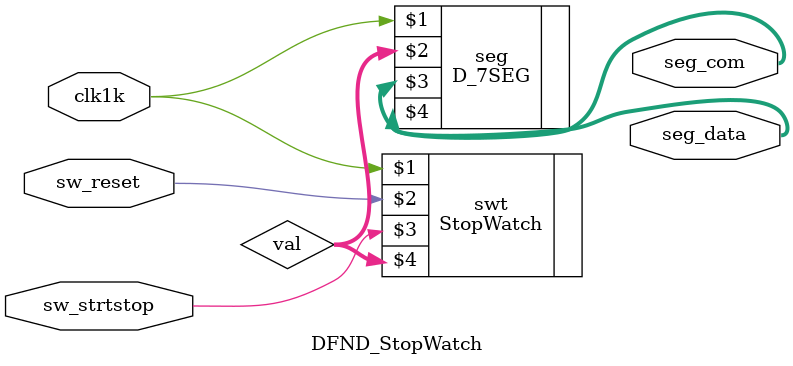
<source format=v>
module DFND_StopWatch (
    input clk1k,           // 1kHz Clock
    input sw_reset,        // Reset signal
    input sw_strtstop,     // Start/Stop signal
    output [7:0] seg_com,  // 7-segment common control signal
    output [7:0] seg_data  // 7-segment data signal
);

    wire [31:0] val; // Internal wire for passing display value from StopWatch to D_7SEG

/*
    // Instantiate D_7SEG module
    D_7SEG u1 (
        .CLK(clk1k),
        .DIN(val),         // Input connected to val from StopWatch
        .SEG_COM(seg_com), // 7-segment common control
        .SEG_DATA(seg_data) // 7-segment data
    );
    // Instantiate StopWatch module
    StopWatch u2 (
        .clk1k(clk1k),
        .sw_reset(sw_reset),
        .sw_strtstop(sw_strtstop),
        .disp_val(val) // Output connected to val
    );
	 
	 
*/
	D_7SEG seg (clk1k, val, seg_com, seg_data);
	StopWatch swt (clk1k, sw_reset, sw_strtstop, val);
endmodule

</source>
